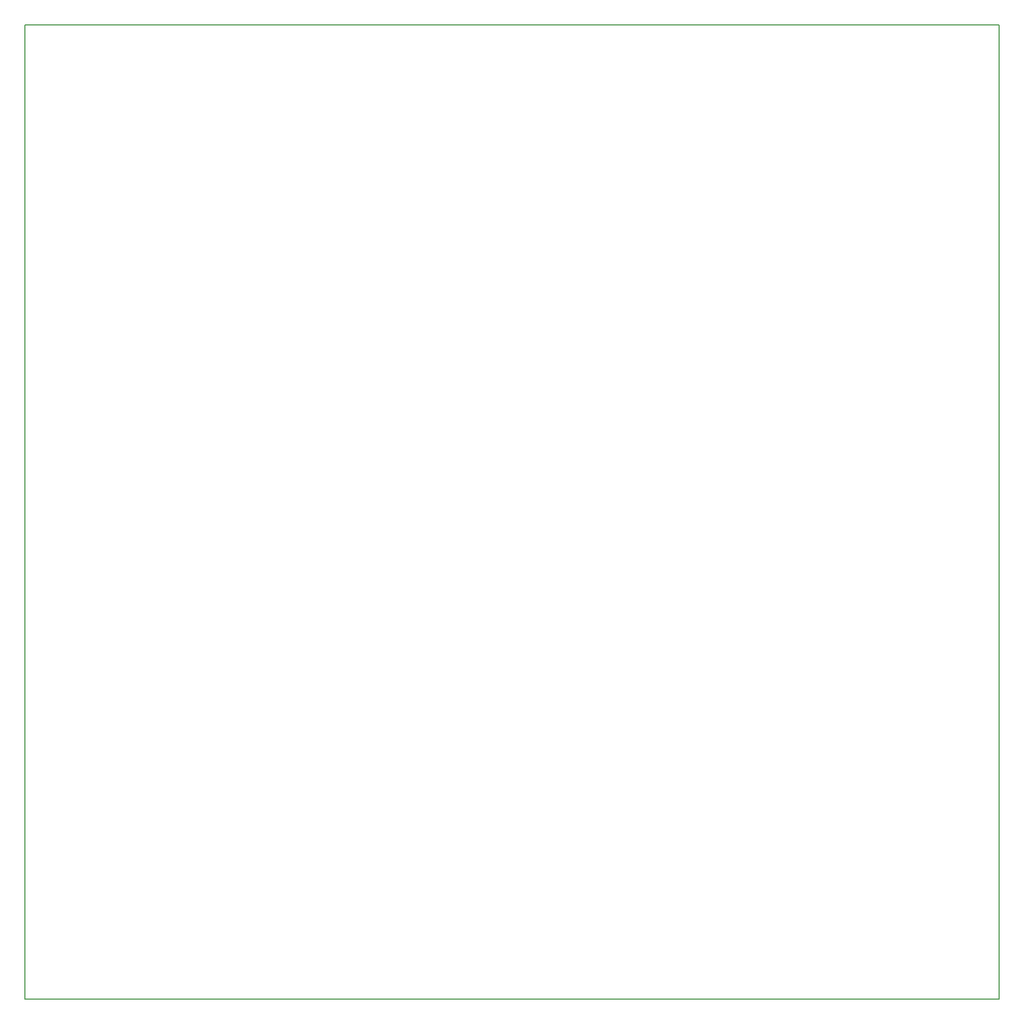
<source format=gbr>
G04 #@! TF.FileFunction,Profile,NP*
%FSLAX46Y46*%
G04 Gerber Fmt 4.6, Leading zero omitted, Abs format (unit mm)*
G04 Created by KiCad (PCBNEW 4.0.2-stable) date 9/9/2016 3:28:37 PM*
%MOMM*%
G01*
G04 APERTURE LIST*
%ADD10C,0.100000*%
%ADD11C,0.150000*%
G04 APERTURE END LIST*
D10*
D11*
X23000000Y-205000000D02*
X23000000Y-46000000D01*
X182000000Y-205000000D02*
X23000000Y-205000000D01*
X182000000Y-46000000D02*
X182000000Y-205000000D01*
X23000000Y-46000000D02*
X182000000Y-46000000D01*
M02*

</source>
